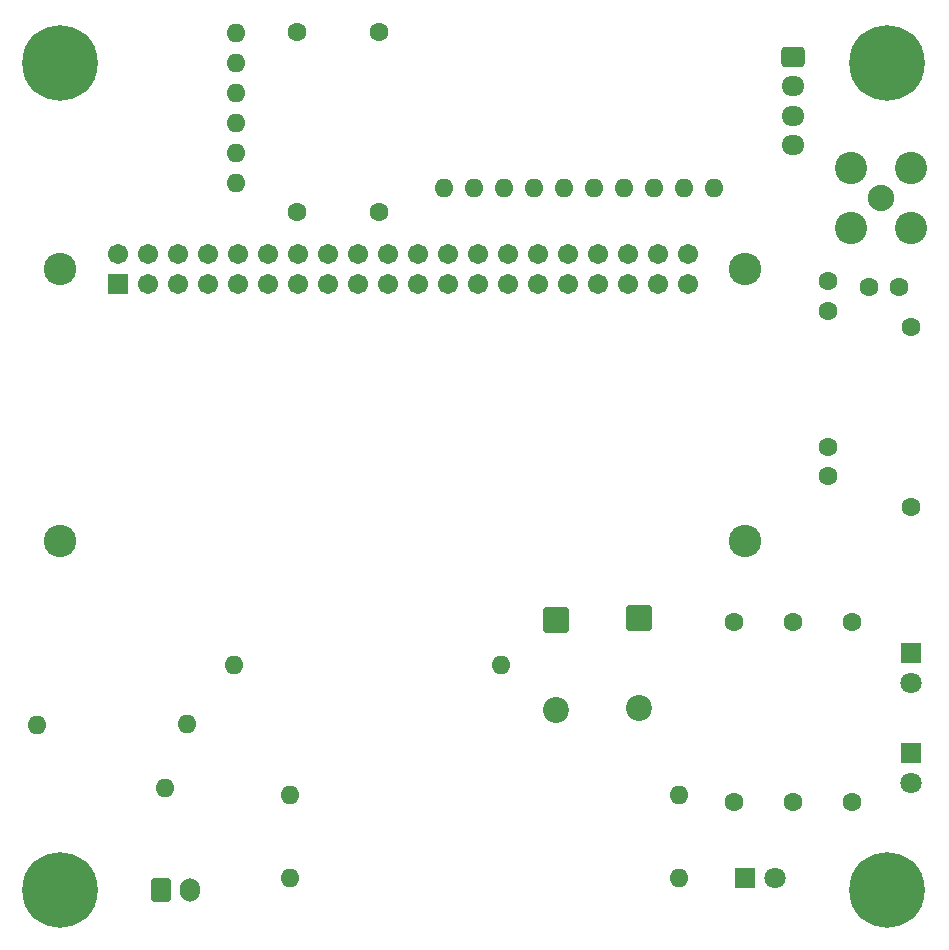
<source format=gbr>
%TF.GenerationSoftware,KiCad,Pcbnew,9.0.4*%
%TF.CreationDate,2025-10-26T00:43:11+05:45*%
%TF.ProjectId,onboardcomputer,6f6e626f-6172-4646-936f-6d7075746572,rev?*%
%TF.SameCoordinates,Original*%
%TF.FileFunction,Soldermask,Bot*%
%TF.FilePolarity,Negative*%
%FSLAX46Y46*%
G04 Gerber Fmt 4.6, Leading zero omitted, Abs format (unit mm)*
G04 Created by KiCad (PCBNEW 9.0.4) date 2025-10-26 00:43:11*
%MOMM*%
%LPD*%
G01*
G04 APERTURE LIST*
G04 Aperture macros list*
%AMRoundRect*
0 Rectangle with rounded corners*
0 $1 Rounding radius*
0 $2 $3 $4 $5 $6 $7 $8 $9 X,Y pos of 4 corners*
0 Add a 4 corners polygon primitive as box body*
4,1,4,$2,$3,$4,$5,$6,$7,$8,$9,$2,$3,0*
0 Add four circle primitives for the rounded corners*
1,1,$1+$1,$2,$3*
1,1,$1+$1,$4,$5*
1,1,$1+$1,$6,$7*
1,1,$1+$1,$8,$9*
0 Add four rect primitives between the rounded corners*
20,1,$1+$1,$2,$3,$4,$5,0*
20,1,$1+$1,$4,$5,$6,$7,0*
20,1,$1+$1,$6,$7,$8,$9,0*
20,1,$1+$1,$8,$9,$2,$3,0*%
G04 Aperture macros list end*
%ADD10C,2.750000*%
%ADD11RoundRect,0.102000X-0.754000X-0.754000X0.754000X-0.754000X0.754000X0.754000X-0.754000X0.754000X0*%
%ADD12C,1.712000*%
%ADD13C,2.240000*%
%ADD14C,2.740000*%
%ADD15O,1.600000X1.600000*%
%ADD16C,0.800000*%
%ADD17C,6.400000*%
%ADD18RoundRect,0.250000X-0.725000X0.600000X-0.725000X-0.600000X0.725000X-0.600000X0.725000X0.600000X0*%
%ADD19O,1.950000X1.700000*%
%ADD20C,1.600000*%
%ADD21R,1.800000X1.800000*%
%ADD22C,1.800000*%
%ADD23RoundRect,0.250000X-0.600000X-0.750000X0.600000X-0.750000X0.600000X0.750000X-0.600000X0.750000X0*%
%ADD24O,1.700000X2.000000*%
%ADD25RoundRect,0.249999X-0.850001X0.850001X-0.850001X-0.850001X0.850001X-0.850001X0.850001X0.850001X0*%
%ADD26C,2.200000*%
G04 APERTURE END LIST*
D10*
%TO.C,J3*%
X102000000Y-60500000D03*
X102000000Y-83500000D03*
X160000000Y-60500000D03*
X160000000Y-83500000D03*
D11*
X106870000Y-61770000D03*
D12*
X106870000Y-59230000D03*
X109410000Y-61770000D03*
X109410000Y-59230000D03*
X111950000Y-61770000D03*
X111950000Y-59230000D03*
X114490000Y-61770000D03*
X114490000Y-59230000D03*
X117030000Y-61770000D03*
X117030000Y-59230000D03*
X119570000Y-61770000D03*
X119570000Y-59230000D03*
X122110000Y-61770000D03*
X122110000Y-59230000D03*
X124650000Y-61770000D03*
X124650000Y-59230000D03*
X127190000Y-61770000D03*
X127190000Y-59230000D03*
X129730000Y-61770000D03*
X129730000Y-59230000D03*
X132270000Y-61770000D03*
X132270000Y-59230000D03*
X134810000Y-61770000D03*
X134810000Y-59230000D03*
X137350000Y-61770000D03*
X137350000Y-59230000D03*
X139890000Y-61770000D03*
X139890000Y-59230000D03*
X142430000Y-61770000D03*
X142430000Y-59230000D03*
X144970000Y-61770000D03*
X144970000Y-59230000D03*
X147510000Y-61770000D03*
X147510000Y-59230000D03*
X150050000Y-61770000D03*
X150050000Y-59230000D03*
X152590000Y-61770000D03*
X152590000Y-59230000D03*
X155130000Y-61770000D03*
X155130000Y-59230000D03*
%TD*%
D13*
%TO.C,J_ANT1*%
X171460000Y-54460000D03*
D14*
X168920000Y-51920000D03*
X168920000Y-57000000D03*
X174000000Y-51920000D03*
X174000000Y-57000000D03*
%TD*%
D15*
%TO.C,b1*%
X116834000Y-40450800D03*
X116859400Y-42990800D03*
X116859400Y-45530800D03*
X116859400Y-48070800D03*
X116859400Y-50610800D03*
X116859400Y-53150800D03*
%TD*%
D16*
%TO.C,REF\u002A\u002A*%
X169600000Y-113000000D03*
X170302944Y-111302944D03*
X170302944Y-114697056D03*
X172000000Y-110600000D03*
D17*
X172000000Y-113000000D03*
D16*
X172000000Y-115400000D03*
X173697056Y-111302944D03*
X173697056Y-114697056D03*
X174400000Y-113000000D03*
%TD*%
D18*
%TO.C,J_I2C_OUT1*%
X164000000Y-42500000D03*
D19*
X164000000Y-45000000D03*
X164000000Y-47500000D03*
X164000000Y-50000000D03*
%TD*%
D20*
%TO.C,R1*%
X159000000Y-105620000D03*
X159000000Y-90380000D03*
%TD*%
D21*
%TO.C,D5*%
X174000000Y-93000000D03*
D22*
X174000000Y-95540000D03*
%TD*%
D20*
%TO.C,R4*%
X174000000Y-80620000D03*
X174000000Y-65380000D03*
%TD*%
D15*
%TO.C,m1*%
X134458000Y-53636000D03*
X136998000Y-53636000D03*
X139538000Y-53636000D03*
X142078000Y-53636000D03*
X144618000Y-53636000D03*
X147158000Y-53636000D03*
X149698000Y-53636000D03*
X152238000Y-53636000D03*
X154778000Y-53636000D03*
X157318000Y-53636000D03*
%TD*%
D16*
%TO.C,REF\u002A\u002A*%
X99600000Y-43000000D03*
X100302944Y-41302944D03*
X100302944Y-44697056D03*
X102000000Y-40600000D03*
D17*
X102000000Y-43000000D03*
D16*
X102000000Y-45400000D03*
X103697056Y-41302944D03*
X103697056Y-44697056D03*
X104400000Y-43000000D03*
%TD*%
D23*
%TO.C,J4*%
X110500000Y-113000000D03*
D24*
X113000000Y-113000000D03*
%TD*%
D15*
%TO.C,F1*%
X139290000Y-94010000D03*
X116680000Y-94000000D03*
%TD*%
D20*
%TO.C,R2*%
X164000000Y-105620000D03*
X164000000Y-90380000D03*
%TD*%
D16*
%TO.C,REF\u002A\u002A*%
X169600000Y-43000000D03*
X170302944Y-41302944D03*
X170302944Y-44697056D03*
X172000000Y-40600000D03*
D17*
X172000000Y-43000000D03*
D16*
X172000000Y-45400000D03*
X173697056Y-41302944D03*
X173697056Y-44697056D03*
X174400000Y-43000000D03*
%TD*%
D21*
%TO.C,D4*%
X174000000Y-101460000D03*
D22*
X174000000Y-104000000D03*
%TD*%
D15*
%TO.C,J1*%
X100000000Y-99033000D03*
X110871200Y-104392400D03*
X112725400Y-99000000D03*
%TD*%
D16*
%TO.C,REF\u002A\u002A*%
X99600000Y-113000000D03*
X100302944Y-111302944D03*
X100302944Y-114697056D03*
X102000000Y-110600000D03*
D17*
X102000000Y-113000000D03*
D16*
X102000000Y-115400000D03*
X103697056Y-111302944D03*
X103697056Y-114697056D03*
X104400000Y-113000000D03*
%TD*%
D20*
%TO.C,R5*%
X122000000Y-40380000D03*
X122000000Y-55620000D03*
%TD*%
D21*
%TO.C,D3*%
X160000000Y-112000000D03*
D22*
X162540000Y-112000000D03*
%TD*%
D20*
%TO.C,R6*%
X129000000Y-40380000D03*
X129000000Y-55620000D03*
%TD*%
%TO.C,C3*%
X173000000Y-62000000D03*
X170500000Y-62000000D03*
%TD*%
D25*
%TO.C,D1*%
X144000000Y-90190000D03*
D26*
X144000000Y-97810000D03*
%TD*%
D20*
%TO.C,C2*%
X167000000Y-64000000D03*
X167000000Y-61500000D03*
%TD*%
%TO.C,R3*%
X169000000Y-105620000D03*
X169000000Y-90380000D03*
%TD*%
D25*
%TO.C,D2*%
X151000000Y-90000000D03*
D26*
X151000000Y-97620000D03*
%TD*%
D20*
%TO.C,C1*%
X167000000Y-75500000D03*
X167000000Y-78000000D03*
%TD*%
D15*
%TO.C,J2*%
X154360000Y-105008600D03*
X154360000Y-112019000D03*
X121400000Y-105000000D03*
X121416200Y-112000000D03*
%TD*%
M02*

</source>
